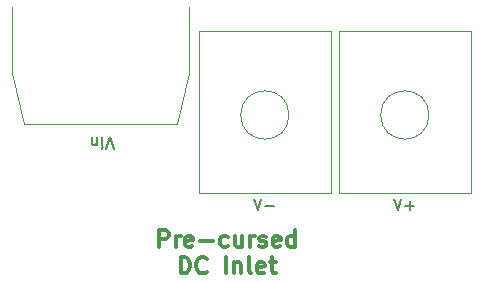
<source format=gbr>
%TF.GenerationSoftware,KiCad,Pcbnew,(6.0.0)*%
%TF.CreationDate,2024-07-10T16:52:07-07:00*%
%TF.ProjectId,pre_cursed_dc_inlet,7072655f-6375-4727-9365-645f64635f69,rev?*%
%TF.SameCoordinates,Original*%
%TF.FileFunction,Legend,Top*%
%TF.FilePolarity,Positive*%
%FSLAX46Y46*%
G04 Gerber Fmt 4.6, Leading zero omitted, Abs format (unit mm)*
G04 Created by KiCad (PCBNEW (6.0.0)) date 2024-07-10 16:52:07*
%MOMM*%
%LPD*%
G01*
G04 APERTURE LIST*
%ADD10C,0.300000*%
%ADD11C,0.150000*%
%ADD12C,0.120000*%
G04 APERTURE END LIST*
D10*
X143016666Y-108581333D02*
X143016666Y-107181333D01*
X143550000Y-107181333D01*
X143683333Y-107248000D01*
X143750000Y-107314666D01*
X143816666Y-107448000D01*
X143816666Y-107648000D01*
X143750000Y-107781333D01*
X143683333Y-107848000D01*
X143550000Y-107914666D01*
X143016666Y-107914666D01*
X144416666Y-108581333D02*
X144416666Y-107648000D01*
X144416666Y-107914666D02*
X144483333Y-107781333D01*
X144550000Y-107714666D01*
X144683333Y-107648000D01*
X144816666Y-107648000D01*
X145816666Y-108514666D02*
X145683333Y-108581333D01*
X145416666Y-108581333D01*
X145283333Y-108514666D01*
X145216666Y-108381333D01*
X145216666Y-107848000D01*
X145283333Y-107714666D01*
X145416666Y-107648000D01*
X145683333Y-107648000D01*
X145816666Y-107714666D01*
X145883333Y-107848000D01*
X145883333Y-107981333D01*
X145216666Y-108114666D01*
X146483333Y-108048000D02*
X147550000Y-108048000D01*
X148816666Y-108514666D02*
X148683333Y-108581333D01*
X148416666Y-108581333D01*
X148283333Y-108514666D01*
X148216666Y-108448000D01*
X148150000Y-108314666D01*
X148150000Y-107914666D01*
X148216666Y-107781333D01*
X148283333Y-107714666D01*
X148416666Y-107648000D01*
X148683333Y-107648000D01*
X148816666Y-107714666D01*
X150016666Y-107648000D02*
X150016666Y-108581333D01*
X149416666Y-107648000D02*
X149416666Y-108381333D01*
X149483333Y-108514666D01*
X149616666Y-108581333D01*
X149816666Y-108581333D01*
X149950000Y-108514666D01*
X150016666Y-108448000D01*
X150683333Y-108581333D02*
X150683333Y-107648000D01*
X150683333Y-107914666D02*
X150750000Y-107781333D01*
X150816666Y-107714666D01*
X150950000Y-107648000D01*
X151083333Y-107648000D01*
X151483333Y-108514666D02*
X151616666Y-108581333D01*
X151883333Y-108581333D01*
X152016666Y-108514666D01*
X152083333Y-108381333D01*
X152083333Y-108314666D01*
X152016666Y-108181333D01*
X151883333Y-108114666D01*
X151683333Y-108114666D01*
X151550000Y-108048000D01*
X151483333Y-107914666D01*
X151483333Y-107848000D01*
X151550000Y-107714666D01*
X151683333Y-107648000D01*
X151883333Y-107648000D01*
X152016666Y-107714666D01*
X153216666Y-108514666D02*
X153083333Y-108581333D01*
X152816666Y-108581333D01*
X152683333Y-108514666D01*
X152616666Y-108381333D01*
X152616666Y-107848000D01*
X152683333Y-107714666D01*
X152816666Y-107648000D01*
X153083333Y-107648000D01*
X153216666Y-107714666D01*
X153283333Y-107848000D01*
X153283333Y-107981333D01*
X152616666Y-108114666D01*
X154483333Y-108581333D02*
X154483333Y-107181333D01*
X154483333Y-108514666D02*
X154350000Y-108581333D01*
X154083333Y-108581333D01*
X153950000Y-108514666D01*
X153883333Y-108448000D01*
X153816666Y-108314666D01*
X153816666Y-107914666D01*
X153883333Y-107781333D01*
X153950000Y-107714666D01*
X154083333Y-107648000D01*
X154350000Y-107648000D01*
X154483333Y-107714666D01*
X144816666Y-110835333D02*
X144816666Y-109435333D01*
X145150000Y-109435333D01*
X145350000Y-109502000D01*
X145483333Y-109635333D01*
X145550000Y-109768666D01*
X145616666Y-110035333D01*
X145616666Y-110235333D01*
X145550000Y-110502000D01*
X145483333Y-110635333D01*
X145350000Y-110768666D01*
X145150000Y-110835333D01*
X144816666Y-110835333D01*
X147016666Y-110702000D02*
X146950000Y-110768666D01*
X146750000Y-110835333D01*
X146616666Y-110835333D01*
X146416666Y-110768666D01*
X146283333Y-110635333D01*
X146216666Y-110502000D01*
X146150000Y-110235333D01*
X146150000Y-110035333D01*
X146216666Y-109768666D01*
X146283333Y-109635333D01*
X146416666Y-109502000D01*
X146616666Y-109435333D01*
X146750000Y-109435333D01*
X146950000Y-109502000D01*
X147016666Y-109568666D01*
X148683333Y-110835333D02*
X148683333Y-109435333D01*
X149350000Y-109902000D02*
X149350000Y-110835333D01*
X149350000Y-110035333D02*
X149416666Y-109968666D01*
X149550000Y-109902000D01*
X149750000Y-109902000D01*
X149883333Y-109968666D01*
X149950000Y-110102000D01*
X149950000Y-110835333D01*
X150816666Y-110835333D02*
X150683333Y-110768666D01*
X150616666Y-110635333D01*
X150616666Y-109435333D01*
X151883333Y-110768666D02*
X151750000Y-110835333D01*
X151483333Y-110835333D01*
X151350000Y-110768666D01*
X151283333Y-110635333D01*
X151283333Y-110102000D01*
X151350000Y-109968666D01*
X151483333Y-109902000D01*
X151750000Y-109902000D01*
X151883333Y-109968666D01*
X151950000Y-110102000D01*
X151950000Y-110235333D01*
X151283333Y-110368666D01*
X152350000Y-109902000D02*
X152883333Y-109902000D01*
X152550000Y-109435333D02*
X152550000Y-110635333D01*
X152616666Y-110768666D01*
X152750000Y-110835333D01*
X152883333Y-110835333D01*
D11*
%TO.C,V-*%
X150997619Y-104486380D02*
X151330952Y-105486380D01*
X151664285Y-104486380D01*
X151997619Y-105105428D02*
X152759523Y-105105428D01*
%TO.C,V+*%
X162847619Y-104486380D02*
X163180952Y-105486380D01*
X163514285Y-104486380D01*
X163847619Y-105105428D02*
X164609523Y-105105428D01*
X164228571Y-105486380D02*
X164228571Y-104724476D01*
%TO.C,Vin*%
X139203809Y-100255619D02*
X138870476Y-99255619D01*
X138537142Y-100255619D01*
X138203809Y-99255619D02*
X138203809Y-99922285D01*
X138203809Y-100255619D02*
X138251428Y-100208000D01*
X138203809Y-100160380D01*
X138156190Y-100208000D01*
X138203809Y-100255619D01*
X138203809Y-100160380D01*
X137727619Y-99922285D02*
X137727619Y-99255619D01*
X137727619Y-99827047D02*
X137680000Y-99874666D01*
X137584761Y-99922285D01*
X137441904Y-99922285D01*
X137346666Y-99874666D01*
X137299047Y-99779428D01*
X137299047Y-99255619D01*
D12*
%TO.C,V-*%
X157538000Y-104018000D02*
X146362000Y-104018000D01*
X146362000Y-104018000D02*
X146362000Y-90302000D01*
X146362000Y-90302000D02*
X157538000Y-90302000D01*
X157538000Y-90302000D02*
X157538000Y-104018000D01*
X153997813Y-97414000D02*
G75*
G03*
X153997813Y-97414000I-2047813J0D01*
G01*
%TO.C,V+*%
X169388000Y-104018000D02*
X158212000Y-104018000D01*
X158212000Y-104018000D02*
X158212000Y-90302000D01*
X158212000Y-90302000D02*
X169388000Y-90302000D01*
X169388000Y-90302000D02*
X169388000Y-104018000D01*
X165847813Y-97414000D02*
G75*
G03*
X165847813Y-97414000I-2047813J0D01*
G01*
%TO.C,Vin*%
X130560000Y-93866000D02*
X130560000Y-88278000D01*
X131576000Y-98184000D02*
X130560000Y-93866000D01*
X144530000Y-98184000D02*
X145546000Y-93866000D01*
X144530000Y-98184000D02*
X131576000Y-98184000D01*
X145546000Y-93866000D02*
X145546000Y-88278000D01*
%TD*%
M02*

</source>
